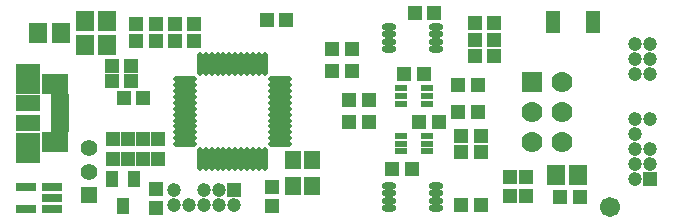
<source format=gts>
G04 Layer_Color=8388736*
%FSLAX23Y23*%
%MOIN*%
G70*
G01*
G75*
%ADD46R,0.065X0.030*%
%ADD47R,0.047X0.051*%
%ADD48R,0.059X0.067*%
%ADD49R,0.051X0.047*%
%ADD50R,0.039X0.055*%
%ADD51R,0.047X0.075*%
%ADD52O,0.079X0.020*%
%ADD53O,0.020X0.079*%
%ADD54R,0.041X0.024*%
%ADD55R,0.055X0.063*%
%ADD56R,0.091X0.066*%
%ADD57R,0.062X0.026*%
%ADD58R,0.083X0.054*%
%ADD59R,0.083X0.102*%
%ADD60O,0.049X0.024*%
%ADD61C,0.055*%
%ADD62R,0.055X0.055*%
%ADD63R,0.047X0.047*%
%ADD64C,0.047*%
%ADD65R,0.047X0.047*%
%ADD66C,0.067*%
%ADD67C,0.070*%
%ADD68R,0.070X0.070*%
D46*
X287Y893D02*
D03*
Y930D02*
D03*
Y967D02*
D03*
X203Y893D02*
D03*
Y967D02*
D03*
D47*
X541Y1060D02*
D03*
Y1126D02*
D03*
X591Y1060D02*
D03*
Y1126D02*
D03*
X634Y895D02*
D03*
Y961D02*
D03*
X491Y1060D02*
D03*
Y1126D02*
D03*
X1021Y902D02*
D03*
Y968D02*
D03*
X641Y1126D02*
D03*
Y1060D02*
D03*
X1870Y1001D02*
D03*
Y935D02*
D03*
X1815Y1001D02*
D03*
Y935D02*
D03*
D48*
X243Y1480D02*
D03*
X317D02*
D03*
X472Y1440D02*
D03*
X398D02*
D03*
X398Y1520D02*
D03*
X472D02*
D03*
X1968Y1006D02*
D03*
X2043D02*
D03*
D49*
X697Y1510D02*
D03*
X763D02*
D03*
X1528Y1343D02*
D03*
X1462D02*
D03*
X1578Y1183D02*
D03*
X1512D02*
D03*
X1497Y1548D02*
D03*
X1563D02*
D03*
X593Y1263D02*
D03*
X527D02*
D03*
X1222Y1425D02*
D03*
X1288D02*
D03*
Y1353D02*
D03*
X1222D02*
D03*
X1004Y1523D02*
D03*
X1070D02*
D03*
X1763Y1458D02*
D03*
X1697D02*
D03*
Y1513D02*
D03*
X1763D02*
D03*
X1708Y1218D02*
D03*
X1642D02*
D03*
X1641Y1305D02*
D03*
X1708D02*
D03*
X1718Y1083D02*
D03*
X1652D02*
D03*
Y1138D02*
D03*
X1718D02*
D03*
X553Y1319D02*
D03*
X487D02*
D03*
Y1369D02*
D03*
X553D02*
D03*
X569Y1453D02*
D03*
X635D02*
D03*
X1422Y1025D02*
D03*
X1488D02*
D03*
X569Y1510D02*
D03*
X635D02*
D03*
X763Y1453D02*
D03*
X697D02*
D03*
X1697Y1403D02*
D03*
X1763D02*
D03*
X1718Y908D02*
D03*
X1652D02*
D03*
X1982Y934D02*
D03*
X2048D02*
D03*
X1277Y1183D02*
D03*
X1344D02*
D03*
X1344Y1258D02*
D03*
X1278D02*
D03*
D50*
X524Y903D02*
D03*
X487Y993D02*
D03*
X561D02*
D03*
D51*
X1959Y1517D02*
D03*
X2093D02*
D03*
D52*
X731Y1326D02*
D03*
Y1307D02*
D03*
Y1287D02*
D03*
Y1267D02*
D03*
Y1248D02*
D03*
Y1228D02*
D03*
Y1208D02*
D03*
Y1188D02*
D03*
Y1169D02*
D03*
Y1149D02*
D03*
Y1129D02*
D03*
Y1110D02*
D03*
X1049D02*
D03*
Y1129D02*
D03*
Y1149D02*
D03*
Y1169D02*
D03*
Y1188D02*
D03*
Y1208D02*
D03*
Y1228D02*
D03*
Y1248D02*
D03*
Y1267D02*
D03*
Y1287D02*
D03*
Y1307D02*
D03*
Y1326D02*
D03*
D53*
X782Y1059D02*
D03*
X801D02*
D03*
X821D02*
D03*
X841D02*
D03*
X860D02*
D03*
X880D02*
D03*
X900D02*
D03*
X920D02*
D03*
X939D02*
D03*
X959D02*
D03*
X979D02*
D03*
X998D02*
D03*
Y1377D02*
D03*
X979D02*
D03*
X959D02*
D03*
X939D02*
D03*
X920D02*
D03*
X900D02*
D03*
X880D02*
D03*
X860D02*
D03*
X841D02*
D03*
X821D02*
D03*
X801D02*
D03*
X782D02*
D03*
D54*
X1451Y1137D02*
D03*
Y1111D02*
D03*
Y1085D02*
D03*
X1539D02*
D03*
Y1111D02*
D03*
Y1137D02*
D03*
Y1295D02*
D03*
Y1270D02*
D03*
Y1244D02*
D03*
X1451D02*
D03*
Y1270D02*
D03*
Y1295D02*
D03*
D55*
X1155Y1055D02*
D03*
X1092D02*
D03*
Y969D02*
D03*
X1155D02*
D03*
D56*
X300Y1310D02*
D03*
Y1116D02*
D03*
D57*
X314Y1239D02*
D03*
Y1264D02*
D03*
Y1162D02*
D03*
Y1187D02*
D03*
Y1213D02*
D03*
D58*
X210Y1246D02*
D03*
Y1180D02*
D03*
D59*
Y1098D02*
D03*
Y1328D02*
D03*
D60*
X1412Y1501D02*
D03*
Y1476D02*
D03*
Y1450D02*
D03*
Y1425D02*
D03*
X1568Y1501D02*
D03*
Y1476D02*
D03*
Y1450D02*
D03*
Y1425D02*
D03*
Y895D02*
D03*
Y920D02*
D03*
Y946D02*
D03*
Y971D02*
D03*
X1412Y895D02*
D03*
Y920D02*
D03*
Y946D02*
D03*
Y971D02*
D03*
D61*
X413Y1097D02*
D03*
Y1018D02*
D03*
D62*
Y939D02*
D03*
D63*
X895Y955D02*
D03*
D64*
Y905D02*
D03*
X845Y955D02*
D03*
Y905D02*
D03*
X795Y955D02*
D03*
Y905D02*
D03*
X745D02*
D03*
X695Y955D02*
D03*
Y905D02*
D03*
X2231Y1442D02*
D03*
X2281D02*
D03*
X2231Y1392D02*
D03*
X2281D02*
D03*
X2231Y1342D02*
D03*
X2281D02*
D03*
X2231Y1192D02*
D03*
X2281D02*
D03*
X2231Y1142D02*
D03*
Y1092D02*
D03*
X2281D02*
D03*
X2231Y1042D02*
D03*
X2281D02*
D03*
X2231Y992D02*
D03*
D65*
X2281D02*
D03*
D66*
X2149Y901D02*
D03*
D67*
X1990Y1317D02*
D03*
Y1217D02*
D03*
Y1117D02*
D03*
X1890Y1217D02*
D03*
Y1117D02*
D03*
D68*
Y1317D02*
D03*
M02*

</source>
